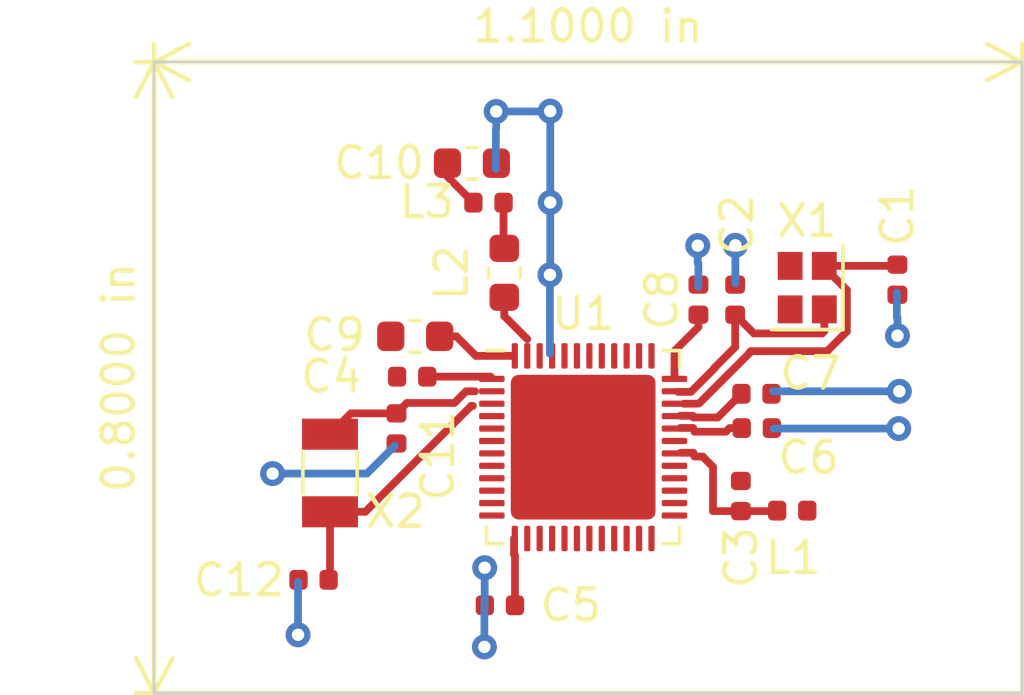
<source format=kicad_pcb>
(kicad_pcb (version 20171130) (host pcbnew "(5.1.2)-1")

  (general
    (thickness 1.6)
    (drawings 6)
    (tracks 119)
    (zones 0)
    (modules 18)
    (nets 48)
  )

  (page A4)
  (title_block
    (title "PCB layout: nRF52832")
    (date 2019-06-14)
    (rev V.1)
    (company "UFAL - Instituto de Computação")
  )

  (layers
    (0 F.Cu signal)
    (31 B.Cu signal)
    (32 B.Adhes user)
    (33 F.Adhes user)
    (34 B.Paste user)
    (35 F.Paste user)
    (36 B.SilkS user)
    (37 F.SilkS user)
    (38 B.Mask user)
    (39 F.Mask user)
    (40 Dwgs.User user)
    (41 Cmts.User user)
    (42 Eco1.User user)
    (43 Eco2.User user)
    (44 Edge.Cuts user)
    (45 Margin user)
    (46 B.CrtYd user)
    (47 F.CrtYd user hide)
    (48 B.Fab user)
    (49 F.Fab user hide)
  )

  (setup
    (last_trace_width 0.25)
    (trace_clearance 0.2)
    (zone_clearance 0.508)
    (zone_45_only no)
    (trace_min 0.2)
    (via_size 0.8)
    (via_drill 0.4)
    (via_min_size 0.4)
    (via_min_drill 0.3)
    (uvia_size 0.3)
    (uvia_drill 0.1)
    (uvias_allowed no)
    (uvia_min_size 0.2)
    (uvia_min_drill 0.1)
    (edge_width 0.1)
    (segment_width 0.2)
    (pcb_text_width 0.3)
    (pcb_text_size 1.5 1.5)
    (mod_edge_width 0.15)
    (mod_text_size 1 1)
    (mod_text_width 0.15)
    (pad_size 1.99898 1.99898)
    (pad_drill 0)
    (pad_to_mask_clearance 0)
    (aux_axis_origin 0 0)
    (visible_elements FFFFFFFF)
    (pcbplotparams
      (layerselection 0x010fc_ffffffff)
      (usegerberextensions false)
      (usegerberattributes false)
      (usegerberadvancedattributes false)
      (creategerberjobfile false)
      (excludeedgelayer true)
      (linewidth 0.100000)
      (plotframeref false)
      (viasonmask false)
      (mode 1)
      (useauxorigin false)
      (hpglpennumber 1)
      (hpglpenspeed 20)
      (hpglpendiameter 15.000000)
      (psnegative false)
      (psa4output false)
      (plotreference true)
      (plotvalue true)
      (plotinvisibletext false)
      (padsonsilk false)
      (subtractmaskfromsilk false)
      (outputformat 1)
      (mirror false)
      (drillshape 1)
      (scaleselection 1)
      (outputdirectory ""))
  )

  (net 0 "")
  (net 1 "Net-(C1-Pad1)")
  (net 2 Earth)
  (net 3 "Net-(C2-Pad1)")
  (net 4 "Net-(C3-Pad1)")
  (net 5 "Net-(C4-Pad1)")
  (net 6 VDD)
  (net 7 "Net-(C6-Pad1)")
  (net 8 "Net-(C7-Pad1)")
  (net 9 "Net-(C10-Pad1)")
  (net 10 "Net-(C11-Pad1)")
  (net 11 "Net-(C12-Pad1)")
  (net 12 /RF)
  (net 13 "Net-(L2-Pad1)")
  (net 14 "Net-(L2-Pad2)")
  (net 15 "Net-(U1-Pad4)")
  (net 16 "Net-(U1-Pad5)")
  (net 17 "Net-(U1-Pad6)")
  (net 18 "Net-(U1-Pad7)")
  (net 19 "Net-(U1-Pad8)")
  (net 20 "Net-(U1-Pad9)")
  (net 21 "Net-(U1-Pad10)")
  (net 22 "Net-(U1-Pad11)")
  (net 23 "Net-(U1-Pad12)")
  (net 24 "Net-(U1-Pad14)")
  (net 25 "Net-(U1-Pad15)")
  (net 26 "Net-(U1-Pad16)")
  (net 27 "Net-(U1-Pad17)")
  (net 28 "Net-(U1-Pad18)")
  (net 29 "Net-(U1-Pad19)")
  (net 30 "Net-(U1-Pad20)")
  (net 31 "Net-(U1-Pad21)")
  (net 32 "Net-(U1-Pad22)")
  (net 33 "Net-(U1-Pad23)")
  (net 34 "Net-(U1-Pad24)")
  (net 35 "Net-(U1-Pad25)")
  (net 36 "Net-(U1-Pad26)")
  (net 37 "Net-(U1-Pad27)")
  (net 38 "Net-(U1-Pad28)")
  (net 39 "Net-(U1-Pad29)")
  (net 40 "Net-(U1-Pad37)")
  (net 41 "Net-(U1-Pad38)")
  (net 42 "Net-(U1-Pad39)")
  (net 43 "Net-(U1-Pad40)")
  (net 44 "Net-(U1-Pad41)")
  (net 45 "Net-(U1-Pad42)")
  (net 46 "Net-(U1-Pad43)")
  (net 47 "Net-(U1-Pad44)")

  (net_class Default "Esta é a classe de rede padrão."
    (clearance 0.2)
    (trace_width 0.25)
    (via_dia 0.8)
    (via_drill 0.4)
    (uvia_dia 0.3)
    (uvia_drill 0.1)
    (add_net /RF)
    (add_net Earth)
    (add_net "Net-(C1-Pad1)")
    (add_net "Net-(C10-Pad1)")
    (add_net "Net-(C11-Pad1)")
    (add_net "Net-(C12-Pad1)")
    (add_net "Net-(C2-Pad1)")
    (add_net "Net-(C3-Pad1)")
    (add_net "Net-(C4-Pad1)")
    (add_net "Net-(C6-Pad1)")
    (add_net "Net-(C7-Pad1)")
    (add_net "Net-(L2-Pad1)")
    (add_net "Net-(L2-Pad2)")
    (add_net "Net-(U1-Pad10)")
    (add_net "Net-(U1-Pad11)")
    (add_net "Net-(U1-Pad12)")
    (add_net "Net-(U1-Pad14)")
    (add_net "Net-(U1-Pad15)")
    (add_net "Net-(U1-Pad16)")
    (add_net "Net-(U1-Pad17)")
    (add_net "Net-(U1-Pad18)")
    (add_net "Net-(U1-Pad19)")
    (add_net "Net-(U1-Pad20)")
    (add_net "Net-(U1-Pad21)")
    (add_net "Net-(U1-Pad22)")
    (add_net "Net-(U1-Pad23)")
    (add_net "Net-(U1-Pad24)")
    (add_net "Net-(U1-Pad25)")
    (add_net "Net-(U1-Pad26)")
    (add_net "Net-(U1-Pad27)")
    (add_net "Net-(U1-Pad28)")
    (add_net "Net-(U1-Pad29)")
    (add_net "Net-(U1-Pad37)")
    (add_net "Net-(U1-Pad38)")
    (add_net "Net-(U1-Pad39)")
    (add_net "Net-(U1-Pad4)")
    (add_net "Net-(U1-Pad40)")
    (add_net "Net-(U1-Pad41)")
    (add_net "Net-(U1-Pad42)")
    (add_net "Net-(U1-Pad43)")
    (add_net "Net-(U1-Pad44)")
    (add_net "Net-(U1-Pad5)")
    (add_net "Net-(U1-Pad6)")
    (add_net "Net-(U1-Pad7)")
    (add_net "Net-(U1-Pad8)")
    (add_net "Net-(U1-Pad9)")
    (add_net VDD)
  )

  (module Crystal:Crystal_SMD_3215-2Pin_3.2x1.5mm (layer F.Cu) (tedit 5A0FD1B2) (tstamp 5D03ABB4)
    (at 175.84 89.43 90)
    (descr "SMD Crystal FC-135 https://support.epson.biz/td/api/doc_check.php?dl=brief_FC-135R_en.pdf")
    (tags "SMD SMT Crystal")
    (path /5CF68FE2)
    (attr smd)
    (fp_text reference X2 (at -1.23952 2.10566 180) (layer F.SilkS)
      (effects (font (size 1 1) (thickness 0.15)))
    )
    (fp_text value 32.768kHz (at 0 2 90) (layer F.Fab)
      (effects (font (size 1 1) (thickness 0.15)))
    )
    (fp_text user %R (at 0 -2 90) (layer F.Fab)
      (effects (font (size 1 1) (thickness 0.15)))
    )
    (fp_line (start -2 -1.15) (end 2 -1.15) (layer F.CrtYd) (width 0.05))
    (fp_line (start -1.6 -0.75) (end -1.6 0.75) (layer F.Fab) (width 0.1))
    (fp_line (start -0.675 0.875) (end 0.675 0.875) (layer F.SilkS) (width 0.12))
    (fp_line (start -0.675 -0.875) (end 0.675 -0.875) (layer F.SilkS) (width 0.12))
    (fp_line (start 1.6 -0.75) (end 1.6 0.75) (layer F.Fab) (width 0.1))
    (fp_line (start -1.6 -0.75) (end 1.6 -0.75) (layer F.Fab) (width 0.1))
    (fp_line (start -1.6 0.75) (end 1.6 0.75) (layer F.Fab) (width 0.1))
    (fp_line (start -2 1.15) (end 2 1.15) (layer F.CrtYd) (width 0.05))
    (fp_line (start -2 -1.15) (end -2 1.15) (layer F.CrtYd) (width 0.05))
    (fp_line (start 2 -1.15) (end 2 1.15) (layer F.CrtYd) (width 0.05))
    (pad 1 smd rect (at 1.25 0 90) (size 1 1.8) (layers F.Cu F.Paste F.Mask)
      (net 10 "Net-(C11-Pad1)"))
    (pad 2 smd rect (at -1.25 0 90) (size 1 1.8) (layers F.Cu F.Paste F.Mask)
      (net 11 "Net-(C12-Pad1)"))
    (model ${KISYS3DMOD}/Crystal.3dshapes/Crystal_SMD_3215-2Pin_3.2x1.5mm.wrl
      (at (xyz 0 0 0))
      (scale (xyz 1 1 1))
      (rotate (xyz 0 0 0))
    )
  )

  (module Crystal:Crystal_SMD_2016-4Pin_2.0x1.6mm (layer F.Cu) (tedit 5A0FD1B2) (tstamp 5D03DBA1)
    (at 191.20478 83.46262 90)
    (descr "SMD Crystal SERIES SMD2016/4 http://www.q-crystal.com/upload/5/2015552223166229.pdf, 2.0x1.6mm^2 package")
    (tags "SMD SMT crystal")
    (path /5CF9BA20)
    (attr smd)
    (fp_text reference X1 (at 2.14734 -0.01134 180) (layer F.SilkS)
      (effects (font (size 1 1) (thickness 0.15)))
    )
    (fp_text value 32MHz (at 0 2 90) (layer F.Fab)
      (effects (font (size 1 1) (thickness 0.15)))
    )
    (fp_text user %R (at 0 0 90) (layer F.Fab)
      (effects (font (size 0.5 0.5) (thickness 0.075)))
    )
    (fp_line (start -0.9 -0.8) (end 0.9 -0.8) (layer F.Fab) (width 0.1))
    (fp_line (start 0.9 -0.8) (end 1 -0.7) (layer F.Fab) (width 0.1))
    (fp_line (start 1 -0.7) (end 1 0.7) (layer F.Fab) (width 0.1))
    (fp_line (start 1 0.7) (end 0.9 0.8) (layer F.Fab) (width 0.1))
    (fp_line (start 0.9 0.8) (end -0.9 0.8) (layer F.Fab) (width 0.1))
    (fp_line (start -0.9 0.8) (end -1 0.7) (layer F.Fab) (width 0.1))
    (fp_line (start -1 0.7) (end -1 -0.7) (layer F.Fab) (width 0.1))
    (fp_line (start -1 -0.7) (end -0.9 -0.8) (layer F.Fab) (width 0.1))
    (fp_line (start -1 0.3) (end -0.5 0.8) (layer F.Fab) (width 0.1))
    (fp_line (start -1.35 -1.15) (end -1.35 1.15) (layer F.SilkS) (width 0.12))
    (fp_line (start -1.35 1.15) (end 1.35 1.15) (layer F.SilkS) (width 0.12))
    (fp_line (start -1.4 -1.3) (end -1.4 1.3) (layer F.CrtYd) (width 0.05))
    (fp_line (start -1.4 1.3) (end 1.4 1.3) (layer F.CrtYd) (width 0.05))
    (fp_line (start 1.4 1.3) (end 1.4 -1.3) (layer F.CrtYd) (width 0.05))
    (fp_line (start 1.4 -1.3) (end -1.4 -1.3) (layer F.CrtYd) (width 0.05))
    (pad 1 smd rect (at -0.7 0.55 90) (size 0.9 0.8) (layers F.Cu F.Paste F.Mask)
      (net 3 "Net-(C2-Pad1)"))
    (pad 2 smd rect (at 0.7 0.55 90) (size 0.9 0.8) (layers F.Cu F.Paste F.Mask)
      (net 1 "Net-(C1-Pad1)"))
    (pad 3 smd rect (at 0.7 -0.55 90) (size 0.9 0.8) (layers F.Cu F.Paste F.Mask))
    (pad 4 smd rect (at -0.7 -0.55 90) (size 0.9 0.8) (layers F.Cu F.Paste F.Mask))
    (model ${KISYS3DMOD}/Crystal.3dshapes/Crystal_SMD_2016-4Pin_2.0x1.6mm.wrl
      (at (xyz 0 0 0))
      (scale (xyz 1 1 1))
      (rotate (xyz 0 0 0))
    )
  )

  (module Capacitor_SMD:C_0402_1005Metric (layer F.Cu) (tedit 5B301BBE) (tstamp 5D03AA64)
    (at 194.10682 83.20744 270)
    (descr "Capacitor SMD 0402 (1005 Metric), square (rectangular) end terminal, IPC_7351 nominal, (Body size source: http://www.tortai-tech.com/upload/download/2011102023233369053.pdf), generated with kicad-footprint-generator")
    (tags capacitor)
    (path /5CF9BA1E)
    (attr smd)
    (fp_text reference C1 (at -2.055 0 90) (layer F.SilkS)
      (effects (font (size 1 1) (thickness 0.15)))
    )
    (fp_text value 12p (at 0 1.17 90) (layer F.Fab)
      (effects (font (size 1 1) (thickness 0.15)))
    )
    (fp_line (start -0.5 0.25) (end -0.5 -0.25) (layer F.Fab) (width 0.1))
    (fp_line (start -0.5 -0.25) (end 0.5 -0.25) (layer F.Fab) (width 0.1))
    (fp_line (start 0.5 -0.25) (end 0.5 0.25) (layer F.Fab) (width 0.1))
    (fp_line (start 0.5 0.25) (end -0.5 0.25) (layer F.Fab) (width 0.1))
    (fp_line (start -0.93 0.47) (end -0.93 -0.47) (layer F.CrtYd) (width 0.05))
    (fp_line (start -0.93 -0.47) (end 0.93 -0.47) (layer F.CrtYd) (width 0.05))
    (fp_line (start 0.93 -0.47) (end 0.93 0.47) (layer F.CrtYd) (width 0.05))
    (fp_line (start 0.93 0.47) (end -0.93 0.47) (layer F.CrtYd) (width 0.05))
    (fp_text user %R (at 0 0 90) (layer F.Fab)
      (effects (font (size 0.25 0.25) (thickness 0.04)))
    )
    (pad 1 smd roundrect (at -0.485 0 270) (size 0.59 0.64) (layers F.Cu F.Paste F.Mask) (roundrect_rratio 0.25)
      (net 1 "Net-(C1-Pad1)"))
    (pad 2 smd roundrect (at 0.485 0 270) (size 0.59 0.64) (layers F.Cu F.Paste F.Mask) (roundrect_rratio 0.25)
      (net 2 Earth))
    (model ${KISYS3DMOD}/Capacitor_SMD.3dshapes/C_0402_1005Metric.wrl
      (at (xyz 0 0 0))
      (scale (xyz 1 1 1))
      (rotate (xyz 0 0 0))
    )
  )

  (module Capacitor_SMD:C_0402_1005Metric (layer F.Cu) (tedit 5B301BBE) (tstamp 5D03AA73)
    (at 188.88458 83.8502 90)
    (descr "Capacitor SMD 0402 (1005 Metric), square (rectangular) end terminal, IPC_7351 nominal, (Body size source: http://www.tortai-tech.com/upload/download/2011102023233369053.pdf), generated with kicad-footprint-generator")
    (tags capacitor)
    (path /5CF9BA1D)
    (attr smd)
    (fp_text reference C2 (at 2.40538 0.05588 90) (layer F.SilkS)
      (effects (font (size 1 1) (thickness 0.15)))
    )
    (fp_text value 12p (at 0 1.17 90) (layer F.Fab)
      (effects (font (size 1 1) (thickness 0.15)))
    )
    (fp_text user %R (at 0 0 90) (layer F.Fab)
      (effects (font (size 0.25 0.25) (thickness 0.04)))
    )
    (fp_line (start 0.93 0.47) (end -0.93 0.47) (layer F.CrtYd) (width 0.05))
    (fp_line (start 0.93 -0.47) (end 0.93 0.47) (layer F.CrtYd) (width 0.05))
    (fp_line (start -0.93 -0.47) (end 0.93 -0.47) (layer F.CrtYd) (width 0.05))
    (fp_line (start -0.93 0.47) (end -0.93 -0.47) (layer F.CrtYd) (width 0.05))
    (fp_line (start 0.5 0.25) (end -0.5 0.25) (layer F.Fab) (width 0.1))
    (fp_line (start 0.5 -0.25) (end 0.5 0.25) (layer F.Fab) (width 0.1))
    (fp_line (start -0.5 -0.25) (end 0.5 -0.25) (layer F.Fab) (width 0.1))
    (fp_line (start -0.5 0.25) (end -0.5 -0.25) (layer F.Fab) (width 0.1))
    (pad 2 smd roundrect (at 0.485 0 90) (size 0.59 0.64) (layers F.Cu F.Paste F.Mask) (roundrect_rratio 0.25)
      (net 2 Earth))
    (pad 1 smd roundrect (at -0.485 0 90) (size 0.59 0.64) (layers F.Cu F.Paste F.Mask) (roundrect_rratio 0.25)
      (net 3 "Net-(C2-Pad1)"))
    (model ${KISYS3DMOD}/Capacitor_SMD.3dshapes/C_0402_1005Metric.wrl
      (at (xyz 0 0 0))
      (scale (xyz 1 1 1))
      (rotate (xyz 0 0 0))
    )
  )

  (module Capacitor_SMD:C_0402_1005Metric (layer F.Cu) (tedit 5B301BBE) (tstamp 5D03B37C)
    (at 189.06746 90.1724 90)
    (descr "Capacitor SMD 0402 (1005 Metric), square (rectangular) end terminal, IPC_7351 nominal, (Body size source: http://www.tortai-tech.com/upload/download/2011102023233369053.pdf), generated with kicad-footprint-generator")
    (tags capacitor)
    (path /5CFCE1E4)
    (attr smd)
    (fp_text reference C3 (at -1.9836 0.00254 90) (layer F.SilkS)
      (effects (font (size 1 1) (thickness 0.15)))
    )
    (fp_text value 0.8p (at 0 1.17 90) (layer F.Fab)
      (effects (font (size 1 1) (thickness 0.15)))
    )
    (fp_text user %R (at 0 0 90) (layer F.Fab)
      (effects (font (size 0.25 0.25) (thickness 0.04)))
    )
    (fp_line (start 0.93 0.47) (end -0.93 0.47) (layer F.CrtYd) (width 0.05))
    (fp_line (start 0.93 -0.47) (end 0.93 0.47) (layer F.CrtYd) (width 0.05))
    (fp_line (start -0.93 -0.47) (end 0.93 -0.47) (layer F.CrtYd) (width 0.05))
    (fp_line (start -0.93 0.47) (end -0.93 -0.47) (layer F.CrtYd) (width 0.05))
    (fp_line (start 0.5 0.25) (end -0.5 0.25) (layer F.Fab) (width 0.1))
    (fp_line (start 0.5 -0.25) (end 0.5 0.25) (layer F.Fab) (width 0.1))
    (fp_line (start -0.5 -0.25) (end 0.5 -0.25) (layer F.Fab) (width 0.1))
    (fp_line (start -0.5 0.25) (end -0.5 -0.25) (layer F.Fab) (width 0.1))
    (pad 2 smd roundrect (at 0.485 0 90) (size 0.59 0.64) (layers F.Cu F.Paste F.Mask) (roundrect_rratio 0.25)
      (net 2 Earth))
    (pad 1 smd roundrect (at -0.485 0 90) (size 0.59 0.64) (layers F.Cu F.Paste F.Mask) (roundrect_rratio 0.25)
      (net 4 "Net-(C3-Pad1)"))
    (model ${KISYS3DMOD}/Capacitor_SMD.3dshapes/C_0402_1005Metric.wrl
      (at (xyz 0 0 0))
      (scale (xyz 1 1 1))
      (rotate (xyz 0 0 0))
    )
  )

  (module Capacitor_SMD:C_0402_1005Metric (layer F.Cu) (tedit 5B301BBE) (tstamp 5D03BAE4)
    (at 178.485 86.33 180)
    (descr "Capacitor SMD 0402 (1005 Metric), square (rectangular) end terminal, IPC_7351 nominal, (Body size source: http://www.tortai-tech.com/upload/download/2011102023233369053.pdf), generated with kicad-footprint-generator")
    (tags capacitor)
    (path /5CF82198)
    (attr smd)
    (fp_text reference C4 (at 2.6031 0.00916) (layer F.SilkS)
      (effects (font (size 1 1) (thickness 0.15)))
    )
    (fp_text value 100n (at 0 1.17) (layer F.Fab)
      (effects (font (size 1 1) (thickness 0.15)))
    )
    (fp_text user %R (at 0 0) (layer F.Fab)
      (effects (font (size 0.25 0.25) (thickness 0.04)))
    )
    (fp_line (start 0.93 0.47) (end -0.93 0.47) (layer F.CrtYd) (width 0.05))
    (fp_line (start 0.93 -0.47) (end 0.93 0.47) (layer F.CrtYd) (width 0.05))
    (fp_line (start -0.93 -0.47) (end 0.93 -0.47) (layer F.CrtYd) (width 0.05))
    (fp_line (start -0.93 0.47) (end -0.93 -0.47) (layer F.CrtYd) (width 0.05))
    (fp_line (start 0.5 0.25) (end -0.5 0.25) (layer F.Fab) (width 0.1))
    (fp_line (start 0.5 -0.25) (end 0.5 0.25) (layer F.Fab) (width 0.1))
    (fp_line (start -0.5 -0.25) (end 0.5 -0.25) (layer F.Fab) (width 0.1))
    (fp_line (start -0.5 0.25) (end -0.5 -0.25) (layer F.Fab) (width 0.1))
    (pad 2 smd roundrect (at 0.485 0 180) (size 0.59 0.64) (layers F.Cu F.Paste F.Mask) (roundrect_rratio 0.25)
      (net 2 Earth))
    (pad 1 smd roundrect (at -0.485 0 180) (size 0.59 0.64) (layers F.Cu F.Paste F.Mask) (roundrect_rratio 0.25)
      (net 5 "Net-(C4-Pad1)"))
    (model ${KISYS3DMOD}/Capacitor_SMD.3dshapes/C_0402_1005Metric.wrl
      (at (xyz 0 0 0))
      (scale (xyz 1 1 1))
      (rotate (xyz 0 0 0))
    )
  )

  (module Capacitor_SMD:C_0402_1005Metric (layer F.Cu) (tedit 5B301BBE) (tstamp 5D03AAA0)
    (at 181.31 93.69 180)
    (descr "Capacitor SMD 0402 (1005 Metric), square (rectangular) end terminal, IPC_7351 nominal, (Body size source: http://www.tortai-tech.com/upload/download/2011102023233369053.pdf), generated with kicad-footprint-generator")
    (tags capacitor)
    (path /5CFE9B17)
    (attr smd)
    (fp_text reference C5 (at -2.285 0) (layer F.SilkS)
      (effects (font (size 1 1) (thickness 0.15)))
    )
    (fp_text value 100n (at 0 1.17) (layer F.Fab)
      (effects (font (size 1 1) (thickness 0.15)))
    )
    (fp_line (start -0.5 0.25) (end -0.5 -0.25) (layer F.Fab) (width 0.1))
    (fp_line (start -0.5 -0.25) (end 0.5 -0.25) (layer F.Fab) (width 0.1))
    (fp_line (start 0.5 -0.25) (end 0.5 0.25) (layer F.Fab) (width 0.1))
    (fp_line (start 0.5 0.25) (end -0.5 0.25) (layer F.Fab) (width 0.1))
    (fp_line (start -0.93 0.47) (end -0.93 -0.47) (layer F.CrtYd) (width 0.05))
    (fp_line (start -0.93 -0.47) (end 0.93 -0.47) (layer F.CrtYd) (width 0.05))
    (fp_line (start 0.93 -0.47) (end 0.93 0.47) (layer F.CrtYd) (width 0.05))
    (fp_line (start 0.93 0.47) (end -0.93 0.47) (layer F.CrtYd) (width 0.05))
    (fp_text user %R (at 0 0) (layer F.Fab)
      (effects (font (size 0.25 0.25) (thickness 0.04)))
    )
    (pad 1 smd roundrect (at -0.485 0 180) (size 0.59 0.64) (layers F.Cu F.Paste F.Mask) (roundrect_rratio 0.25)
      (net 6 VDD))
    (pad 2 smd roundrect (at 0.485 0 180) (size 0.59 0.64) (layers F.Cu F.Paste F.Mask) (roundrect_rratio 0.25)
      (net 2 Earth))
    (model ${KISYS3DMOD}/Capacitor_SMD.3dshapes/C_0402_1005Metric.wrl
      (at (xyz 0 0 0))
      (scale (xyz 1 1 1))
      (rotate (xyz 0 0 0))
    )
  )

  (module Capacitor_SMD:C_0402_1005Metric (layer F.Cu) (tedit 5B301BBE) (tstamp 5D047AFC)
    (at 189.58068 87.98532)
    (descr "Capacitor SMD 0402 (1005 Metric), square (rectangular) end terminal, IPC_7351 nominal, (Body size source: http://www.tortai-tech.com/upload/download/2011102023233369053.pdf), generated with kicad-footprint-generator")
    (tags capacitor)
    (path /5CFB700E)
    (attr smd)
    (fp_text reference C6 (at 1.66932 0.94468) (layer F.SilkS)
      (effects (font (size 1 1) (thickness 0.15)))
    )
    (fp_text value N.C. (at 0 1.17) (layer F.Fab)
      (effects (font (size 1 1) (thickness 0.15)))
    )
    (fp_text user %R (at 0 0) (layer F.Fab)
      (effects (font (size 0.25 0.25) (thickness 0.04)))
    )
    (fp_line (start 0.93 0.47) (end -0.93 0.47) (layer F.CrtYd) (width 0.05))
    (fp_line (start 0.93 -0.47) (end 0.93 0.47) (layer F.CrtYd) (width 0.05))
    (fp_line (start -0.93 -0.47) (end 0.93 -0.47) (layer F.CrtYd) (width 0.05))
    (fp_line (start -0.93 0.47) (end -0.93 -0.47) (layer F.CrtYd) (width 0.05))
    (fp_line (start 0.5 0.25) (end -0.5 0.25) (layer F.Fab) (width 0.1))
    (fp_line (start 0.5 -0.25) (end 0.5 0.25) (layer F.Fab) (width 0.1))
    (fp_line (start -0.5 -0.25) (end 0.5 -0.25) (layer F.Fab) (width 0.1))
    (fp_line (start -0.5 0.25) (end -0.5 -0.25) (layer F.Fab) (width 0.1))
    (pad 2 smd roundrect (at 0.485 0) (size 0.59 0.64) (layers F.Cu F.Paste F.Mask) (roundrect_rratio 0.25)
      (net 2 Earth))
    (pad 1 smd roundrect (at -0.485 0) (size 0.59 0.64) (layers F.Cu F.Paste F.Mask) (roundrect_rratio 0.25)
      (net 7 "Net-(C6-Pad1)"))
    (model ${KISYS3DMOD}/Capacitor_SMD.3dshapes/C_0402_1005Metric.wrl
      (at (xyz 0 0 0))
      (scale (xyz 1 1 1))
      (rotate (xyz 0 0 0))
    )
  )

  (module Capacitor_SMD:C_0402_1005Metric (layer F.Cu) (tedit 5B301BBE) (tstamp 5D03C7B3)
    (at 189.57024 86.88042)
    (descr "Capacitor SMD 0402 (1005 Metric), square (rectangular) end terminal, IPC_7351 nominal, (Body size source: http://www.tortai-tech.com/upload/download/2011102023233369053.pdf), generated with kicad-footprint-generator")
    (tags capacitor)
    (path /5CFB7010)
    (attr smd)
    (fp_text reference C7 (at 1.73976 -0.66042) (layer F.SilkS)
      (effects (font (size 1 1) (thickness 0.15)))
    )
    (fp_text value 100p (at 0 1.17) (layer F.Fab)
      (effects (font (size 1 1) (thickness 0.15)))
    )
    (fp_line (start -0.5 0.25) (end -0.5 -0.25) (layer F.Fab) (width 0.1))
    (fp_line (start -0.5 -0.25) (end 0.5 -0.25) (layer F.Fab) (width 0.1))
    (fp_line (start 0.5 -0.25) (end 0.5 0.25) (layer F.Fab) (width 0.1))
    (fp_line (start 0.5 0.25) (end -0.5 0.25) (layer F.Fab) (width 0.1))
    (fp_line (start -0.93 0.47) (end -0.93 -0.47) (layer F.CrtYd) (width 0.05))
    (fp_line (start -0.93 -0.47) (end 0.93 -0.47) (layer F.CrtYd) (width 0.05))
    (fp_line (start 0.93 -0.47) (end 0.93 0.47) (layer F.CrtYd) (width 0.05))
    (fp_line (start 0.93 0.47) (end -0.93 0.47) (layer F.CrtYd) (width 0.05))
    (fp_text user %R (at 0 0) (layer F.Fab)
      (effects (font (size 0.25 0.25) (thickness 0.04)))
    )
    (pad 1 smd roundrect (at -0.485 0) (size 0.59 0.64) (layers F.Cu F.Paste F.Mask) (roundrect_rratio 0.25)
      (net 8 "Net-(C7-Pad1)"))
    (pad 2 smd roundrect (at 0.485 0) (size 0.59 0.64) (layers F.Cu F.Paste F.Mask) (roundrect_rratio 0.25)
      (net 2 Earth))
    (model ${KISYS3DMOD}/Capacitor_SMD.3dshapes/C_0402_1005Metric.wrl
      (at (xyz 0 0 0))
      (scale (xyz 1 1 1))
      (rotate (xyz 0 0 0))
    )
  )

  (module Capacitor_SMD:C_0402_1005Metric (layer F.Cu) (tedit 5B301BBE) (tstamp 5D03AACD)
    (at 187.70094 83.8502 90)
    (descr "Capacitor SMD 0402 (1005 Metric), square (rectangular) end terminal, IPC_7351 nominal, (Body size source: http://www.tortai-tech.com/upload/download/2011102023233369053.pdf), generated with kicad-footprint-generator")
    (tags capacitor)
    (path /5CF975E0)
    (attr smd)
    (fp_text reference C8 (at 0 -1.17 90) (layer F.SilkS)
      (effects (font (size 1 1) (thickness 0.15)))
    )
    (fp_text value 100n (at 0 1.17 90) (layer F.Fab)
      (effects (font (size 1 1) (thickness 0.15)))
    )
    (fp_line (start -0.5 0.25) (end -0.5 -0.25) (layer F.Fab) (width 0.1))
    (fp_line (start -0.5 -0.25) (end 0.5 -0.25) (layer F.Fab) (width 0.1))
    (fp_line (start 0.5 -0.25) (end 0.5 0.25) (layer F.Fab) (width 0.1))
    (fp_line (start 0.5 0.25) (end -0.5 0.25) (layer F.Fab) (width 0.1))
    (fp_line (start -0.93 0.47) (end -0.93 -0.47) (layer F.CrtYd) (width 0.05))
    (fp_line (start -0.93 -0.47) (end 0.93 -0.47) (layer F.CrtYd) (width 0.05))
    (fp_line (start 0.93 -0.47) (end 0.93 0.47) (layer F.CrtYd) (width 0.05))
    (fp_line (start 0.93 0.47) (end -0.93 0.47) (layer F.CrtYd) (width 0.05))
    (fp_text user %R (at 0 0 90) (layer F.Fab)
      (effects (font (size 0.25 0.25) (thickness 0.04)))
    )
    (pad 1 smd roundrect (at -0.485 0 90) (size 0.59 0.64) (layers F.Cu F.Paste F.Mask) (roundrect_rratio 0.25)
      (net 6 VDD))
    (pad 2 smd roundrect (at 0.485 0 90) (size 0.59 0.64) (layers F.Cu F.Paste F.Mask) (roundrect_rratio 0.25)
      (net 2 Earth))
    (model ${KISYS3DMOD}/Capacitor_SMD.3dshapes/C_0402_1005Metric.wrl
      (at (xyz 0 0 0))
      (scale (xyz 1 1 1))
      (rotate (xyz 0 0 0))
    )
  )

  (module Capacitor_SMD:C_0603_1608Metric (layer F.Cu) (tedit 5B301BBE) (tstamp 5D03AADE)
    (at 178.5825 85.03 180)
    (descr "Capacitor SMD 0603 (1608 Metric), square (rectangular) end terminal, IPC_7351 nominal, (Body size source: http://www.tortai-tech.com/upload/download/2011102023233369053.pdf), generated with kicad-footprint-generator")
    (tags capacitor)
    (path /5CF8C489)
    (attr smd)
    (fp_text reference C9 (at 2.5981 0.049) (layer F.SilkS)
      (effects (font (size 1 1) (thickness 0.15)))
    )
    (fp_text value 4.7µ (at 0 1.43) (layer F.Fab)
      (effects (font (size 1 1) (thickness 0.15)))
    )
    (fp_text user %R (at 0 0) (layer F.Fab)
      (effects (font (size 0.4 0.4) (thickness 0.06)))
    )
    (fp_line (start 1.48 0.73) (end -1.48 0.73) (layer F.CrtYd) (width 0.05))
    (fp_line (start 1.48 -0.73) (end 1.48 0.73) (layer F.CrtYd) (width 0.05))
    (fp_line (start -1.48 -0.73) (end 1.48 -0.73) (layer F.CrtYd) (width 0.05))
    (fp_line (start -1.48 0.73) (end -1.48 -0.73) (layer F.CrtYd) (width 0.05))
    (fp_line (start -0.162779 0.51) (end 0.162779 0.51) (layer F.SilkS) (width 0.12))
    (fp_line (start -0.162779 -0.51) (end 0.162779 -0.51) (layer F.SilkS) (width 0.12))
    (fp_line (start 0.8 0.4) (end -0.8 0.4) (layer F.Fab) (width 0.1))
    (fp_line (start 0.8 -0.4) (end 0.8 0.4) (layer F.Fab) (width 0.1))
    (fp_line (start -0.8 -0.4) (end 0.8 -0.4) (layer F.Fab) (width 0.1))
    (fp_line (start -0.8 0.4) (end -0.8 -0.4) (layer F.Fab) (width 0.1))
    (pad 2 smd roundrect (at 0.7875 0 180) (size 0.875 0.95) (layers F.Cu F.Paste F.Mask) (roundrect_rratio 0.25)
      (net 2 Earth))
    (pad 1 smd roundrect (at -0.7875 0 180) (size 0.875 0.95) (layers F.Cu F.Paste F.Mask) (roundrect_rratio 0.25)
      (net 6 VDD))
    (model ${KISYS3DMOD}/Capacitor_SMD.3dshapes/C_0603_1608Metric.wrl
      (at (xyz 0 0 0))
      (scale (xyz 1 1 1))
      (rotate (xyz 0 0 0))
    )
  )

  (module Capacitor_SMD:C_0603_1608Metric (layer F.Cu) (tedit 5B301BBE) (tstamp 5D03AAEF)
    (at 180.4085 79.456)
    (descr "Capacitor SMD 0603 (1608 Metric), square (rectangular) end terminal, IPC_7351 nominal, (Body size source: http://www.tortai-tech.com/upload/download/2011102023233369053.pdf), generated with kicad-footprint-generator")
    (tags capacitor)
    (path /5CF8C7F5)
    (attr smd)
    (fp_text reference C10 (at -2.98714 -0.0127) (layer F.SilkS)
      (effects (font (size 1 1) (thickness 0.15)))
    )
    (fp_text value 1.0µ (at 0 1.43) (layer F.Fab)
      (effects (font (size 1 1) (thickness 0.15)))
    )
    (fp_line (start -0.8 0.4) (end -0.8 -0.4) (layer F.Fab) (width 0.1))
    (fp_line (start -0.8 -0.4) (end 0.8 -0.4) (layer F.Fab) (width 0.1))
    (fp_line (start 0.8 -0.4) (end 0.8 0.4) (layer F.Fab) (width 0.1))
    (fp_line (start 0.8 0.4) (end -0.8 0.4) (layer F.Fab) (width 0.1))
    (fp_line (start -0.162779 -0.51) (end 0.162779 -0.51) (layer F.SilkS) (width 0.12))
    (fp_line (start -0.162779 0.51) (end 0.162779 0.51) (layer F.SilkS) (width 0.12))
    (fp_line (start -1.48 0.73) (end -1.48 -0.73) (layer F.CrtYd) (width 0.05))
    (fp_line (start -1.48 -0.73) (end 1.48 -0.73) (layer F.CrtYd) (width 0.05))
    (fp_line (start 1.48 -0.73) (end 1.48 0.73) (layer F.CrtYd) (width 0.05))
    (fp_line (start 1.48 0.73) (end -1.48 0.73) (layer F.CrtYd) (width 0.05))
    (fp_text user %R (at 0 0) (layer F.Fab)
      (effects (font (size 0.4 0.4) (thickness 0.06)))
    )
    (pad 1 smd roundrect (at -0.7875 0) (size 0.875 0.95) (layers F.Cu F.Paste F.Mask) (roundrect_rratio 0.25)
      (net 9 "Net-(C10-Pad1)"))
    (pad 2 smd roundrect (at 0.7875 0) (size 0.875 0.95) (layers F.Cu F.Paste F.Mask) (roundrect_rratio 0.25)
      (net 2 Earth))
    (model ${KISYS3DMOD}/Capacitor_SMD.3dshapes/C_0603_1608Metric.wrl
      (at (xyz 0 0 0))
      (scale (xyz 1 1 1))
      (rotate (xyz 0 0 0))
    )
  )

  (module Capacitor_SMD:C_0402_1005Metric (layer F.Cu) (tedit 5B301BBE) (tstamp 5D03BAA1)
    (at 177.98 87.995 270)
    (descr "Capacitor SMD 0402 (1005 Metric), square (rectangular) end terminal, IPC_7351 nominal, (Body size source: http://www.tortai-tech.com/upload/download/2011102023233369053.pdf), generated with kicad-footprint-generator")
    (tags capacitor)
    (path /5CF65B14)
    (attr smd)
    (fp_text reference C11 (at 0.885 -1.33 90) (layer F.SilkS)
      (effects (font (size 1 1) (thickness 0.15)))
    )
    (fp_text value 12p (at 0 1.17 90) (layer F.Fab)
      (effects (font (size 1 1) (thickness 0.15)))
    )
    (fp_text user %R (at 0 0 90) (layer F.Fab)
      (effects (font (size 0.25 0.25) (thickness 0.04)))
    )
    (fp_line (start 0.93 0.47) (end -0.93 0.47) (layer F.CrtYd) (width 0.05))
    (fp_line (start 0.93 -0.47) (end 0.93 0.47) (layer F.CrtYd) (width 0.05))
    (fp_line (start -0.93 -0.47) (end 0.93 -0.47) (layer F.CrtYd) (width 0.05))
    (fp_line (start -0.93 0.47) (end -0.93 -0.47) (layer F.CrtYd) (width 0.05))
    (fp_line (start 0.5 0.25) (end -0.5 0.25) (layer F.Fab) (width 0.1))
    (fp_line (start 0.5 -0.25) (end 0.5 0.25) (layer F.Fab) (width 0.1))
    (fp_line (start -0.5 -0.25) (end 0.5 -0.25) (layer F.Fab) (width 0.1))
    (fp_line (start -0.5 0.25) (end -0.5 -0.25) (layer F.Fab) (width 0.1))
    (pad 2 smd roundrect (at 0.485 0 270) (size 0.59 0.64) (layers F.Cu F.Paste F.Mask) (roundrect_rratio 0.25)
      (net 2 Earth))
    (pad 1 smd roundrect (at -0.485 0 270) (size 0.59 0.64) (layers F.Cu F.Paste F.Mask) (roundrect_rratio 0.25)
      (net 10 "Net-(C11-Pad1)"))
    (model ${KISYS3DMOD}/Capacitor_SMD.3dshapes/C_0402_1005Metric.wrl
      (at (xyz 0 0 0))
      (scale (xyz 1 1 1))
      (rotate (xyz 0 0 0))
    )
  )

  (module Capacitor_SMD:C_0402_1005Metric (layer F.Cu) (tedit 5B301BBE) (tstamp 5D03AB0D)
    (at 175.31 92.87 180)
    (descr "Capacitor SMD 0402 (1005 Metric), square (rectangular) end terminal, IPC_7351 nominal, (Body size source: http://www.tortai-tech.com/upload/download/2011102023233369053.pdf), generated with kicad-footprint-generator")
    (tags capacitor)
    (path /5CF676B8)
    (attr smd)
    (fp_text reference C12 (at 2.40792 -0.0127) (layer F.SilkS)
      (effects (font (size 1 1) (thickness 0.15)))
    )
    (fp_text value 12p (at 0 1.17) (layer F.Fab)
      (effects (font (size 1 1) (thickness 0.15)))
    )
    (fp_line (start -0.5 0.25) (end -0.5 -0.25) (layer F.Fab) (width 0.1))
    (fp_line (start -0.5 -0.25) (end 0.5 -0.25) (layer F.Fab) (width 0.1))
    (fp_line (start 0.5 -0.25) (end 0.5 0.25) (layer F.Fab) (width 0.1))
    (fp_line (start 0.5 0.25) (end -0.5 0.25) (layer F.Fab) (width 0.1))
    (fp_line (start -0.93 0.47) (end -0.93 -0.47) (layer F.CrtYd) (width 0.05))
    (fp_line (start -0.93 -0.47) (end 0.93 -0.47) (layer F.CrtYd) (width 0.05))
    (fp_line (start 0.93 -0.47) (end 0.93 0.47) (layer F.CrtYd) (width 0.05))
    (fp_line (start 0.93 0.47) (end -0.93 0.47) (layer F.CrtYd) (width 0.05))
    (fp_text user %R (at 0 0) (layer F.Fab)
      (effects (font (size 0.25 0.25) (thickness 0.04)))
    )
    (pad 1 smd roundrect (at -0.485 0 180) (size 0.59 0.64) (layers F.Cu F.Paste F.Mask) (roundrect_rratio 0.25)
      (net 11 "Net-(C12-Pad1)"))
    (pad 2 smd roundrect (at 0.485 0 180) (size 0.59 0.64) (layers F.Cu F.Paste F.Mask) (roundrect_rratio 0.25)
      (net 2 Earth))
    (model ${KISYS3DMOD}/Capacitor_SMD.3dshapes/C_0402_1005Metric.wrl
      (at (xyz 0 0 0))
      (scale (xyz 1 1 1))
      (rotate (xyz 0 0 0))
    )
  )

  (module Inductor_SMD:L_0402_1005Metric (layer F.Cu) (tedit 5B301BBE) (tstamp 5D03B3A6)
    (at 190.721 90.64216)
    (descr "Inductor SMD 0402 (1005 Metric), square (rectangular) end terminal, IPC_7351 nominal, (Body size source: http://www.tortai-tech.com/upload/download/2011102023233369053.pdf), generated with kicad-footprint-generator")
    (tags inductor)
    (path /5CFD27DD)
    (attr smd)
    (fp_text reference L1 (at 0.02272 1.51384) (layer F.SilkS)
      (effects (font (size 1 1) (thickness 0.15)))
    )
    (fp_text value 3.9nH (at 0 1.17) (layer F.Fab)
      (effects (font (size 1 1) (thickness 0.15)))
    )
    (fp_line (start -0.5 0.25) (end -0.5 -0.25) (layer F.Fab) (width 0.1))
    (fp_line (start -0.5 -0.25) (end 0.5 -0.25) (layer F.Fab) (width 0.1))
    (fp_line (start 0.5 -0.25) (end 0.5 0.25) (layer F.Fab) (width 0.1))
    (fp_line (start 0.5 0.25) (end -0.5 0.25) (layer F.Fab) (width 0.1))
    (fp_line (start -0.93 0.47) (end -0.93 -0.47) (layer F.CrtYd) (width 0.05))
    (fp_line (start -0.93 -0.47) (end 0.93 -0.47) (layer F.CrtYd) (width 0.05))
    (fp_line (start 0.93 -0.47) (end 0.93 0.47) (layer F.CrtYd) (width 0.05))
    (fp_line (start 0.93 0.47) (end -0.93 0.47) (layer F.CrtYd) (width 0.05))
    (fp_text user %R (at 0 0) (layer F.Fab)
      (effects (font (size 0.25 0.25) (thickness 0.04)))
    )
    (pad 1 smd roundrect (at -0.485 0) (size 0.59 0.64) (layers F.Cu F.Paste F.Mask) (roundrect_rratio 0.25)
      (net 4 "Net-(C3-Pad1)"))
    (pad 2 smd roundrect (at 0.485 0) (size 0.59 0.64) (layers F.Cu F.Paste F.Mask) (roundrect_rratio 0.25)
      (net 12 /RF))
    (model ${KISYS3DMOD}/Inductor_SMD.3dshapes/L_0402_1005Metric.wrl
      (at (xyz 0 0 0))
      (scale (xyz 1 1 1))
      (rotate (xyz 0 0 0))
    )
  )

  (module Inductor_SMD:L_0603_1608Metric (layer F.Cu) (tedit 5B301BBE) (tstamp 5D03AB2D)
    (at 181.45 82.9865 270)
    (descr "Inductor SMD 0603 (1608 Metric), square (rectangular) end terminal, IPC_7351 nominal, (Body size source: http://www.tortai-tech.com/upload/download/2011102023233369053.pdf), generated with kicad-footprint-generator")
    (tags inductor)
    (path /5CF854A7)
    (attr smd)
    (fp_text reference L2 (at 0 1.69926 90) (layer F.SilkS)
      (effects (font (size 1 1) (thickness 0.15)))
    )
    (fp_text value 10µ (at 0 1.43 90) (layer F.Fab)
      (effects (font (size 1 1) (thickness 0.15)))
    )
    (fp_line (start -0.8 0.4) (end -0.8 -0.4) (layer F.Fab) (width 0.1))
    (fp_line (start -0.8 -0.4) (end 0.8 -0.4) (layer F.Fab) (width 0.1))
    (fp_line (start 0.8 -0.4) (end 0.8 0.4) (layer F.Fab) (width 0.1))
    (fp_line (start 0.8 0.4) (end -0.8 0.4) (layer F.Fab) (width 0.1))
    (fp_line (start -0.162779 -0.51) (end 0.162779 -0.51) (layer F.SilkS) (width 0.12))
    (fp_line (start -0.162779 0.51) (end 0.162779 0.51) (layer F.SilkS) (width 0.12))
    (fp_line (start -1.48 0.73) (end -1.48 -0.73) (layer F.CrtYd) (width 0.05))
    (fp_line (start -1.48 -0.73) (end 1.48 -0.73) (layer F.CrtYd) (width 0.05))
    (fp_line (start 1.48 -0.73) (end 1.48 0.73) (layer F.CrtYd) (width 0.05))
    (fp_line (start 1.48 0.73) (end -1.48 0.73) (layer F.CrtYd) (width 0.05))
    (fp_text user %R (at 0 0 90) (layer F.Fab)
      (effects (font (size 0.4 0.4) (thickness 0.06)))
    )
    (pad 1 smd roundrect (at -0.7875 0 270) (size 0.875 0.95) (layers F.Cu F.Paste F.Mask) (roundrect_rratio 0.25)
      (net 13 "Net-(L2-Pad1)"))
    (pad 2 smd roundrect (at 0.7875 0 270) (size 0.875 0.95) (layers F.Cu F.Paste F.Mask) (roundrect_rratio 0.25)
      (net 14 "Net-(L2-Pad2)"))
    (model ${KISYS3DMOD}/Inductor_SMD.3dshapes/L_0603_1608Metric.wrl
      (at (xyz 0 0 0))
      (scale (xyz 1 1 1))
      (rotate (xyz 0 0 0))
    )
  )

  (module Inductor_SMD:L_0402_1005Metric (layer F.Cu) (tedit 5B301BBE) (tstamp 5D03FB07)
    (at 180.942 80.726)
    (descr "Inductor SMD 0402 (1005 Metric), square (rectangular) end terminal, IPC_7351 nominal, (Body size source: http://www.tortai-tech.com/upload/download/2011102023233369053.pdf), generated with kicad-footprint-generator")
    (tags inductor)
    (path /5CF84F2D)
    (attr smd)
    (fp_text reference L3 (at -1.98868 -0.01778) (layer F.SilkS)
      (effects (font (size 1 1) (thickness 0.15)))
    )
    (fp_text value 15n (at 0 1.17) (layer F.Fab)
      (effects (font (size 1 1) (thickness 0.15)))
    )
    (fp_text user %R (at 0 0) (layer F.Fab)
      (effects (font (size 0.25 0.25) (thickness 0.04)))
    )
    (fp_line (start 0.93 0.47) (end -0.93 0.47) (layer F.CrtYd) (width 0.05))
    (fp_line (start 0.93 -0.47) (end 0.93 0.47) (layer F.CrtYd) (width 0.05))
    (fp_line (start -0.93 -0.47) (end 0.93 -0.47) (layer F.CrtYd) (width 0.05))
    (fp_line (start -0.93 0.47) (end -0.93 -0.47) (layer F.CrtYd) (width 0.05))
    (fp_line (start 0.5 0.25) (end -0.5 0.25) (layer F.Fab) (width 0.1))
    (fp_line (start 0.5 -0.25) (end 0.5 0.25) (layer F.Fab) (width 0.1))
    (fp_line (start -0.5 -0.25) (end 0.5 -0.25) (layer F.Fab) (width 0.1))
    (fp_line (start -0.5 0.25) (end -0.5 -0.25) (layer F.Fab) (width 0.1))
    (pad 2 smd roundrect (at 0.485 0) (size 0.59 0.64) (layers F.Cu F.Paste F.Mask) (roundrect_rratio 0.25)
      (net 13 "Net-(L2-Pad1)"))
    (pad 1 smd roundrect (at -0.485 0) (size 0.59 0.64) (layers F.Cu F.Paste F.Mask) (roundrect_rratio 0.25)
      (net 9 "Net-(C10-Pad1)"))
    (model ${KISYS3DMOD}/Inductor_SMD.3dshapes/L_0402_1005Metric.wrl
      (at (xyz 0 0 0))
      (scale (xyz 1 1 1))
      (rotate (xyz 0 0 0))
    )
  )

  (module Package_DFN_QFN:QFN-48-1EP_6x6mm_P0.4mm_EP4.66x4.66mm (layer F.Cu) (tedit 5C279C0F) (tstamp 5D03AB8B)
    (at 183.99 88.6)
    (descr "QFN, 48 Pin (https://www.onsemi.com/pub/Collateral/485BA.PDF), generated with kicad-footprint-generator ipc_dfn_qfn_generator.py")
    (tags "QFN DFN_QFN")
    (path /5CF8477C)
    (attr smd)
    (fp_text reference U1 (at 0 -4.3) (layer F.SilkS)
      (effects (font (size 1 1) (thickness 0.15)))
    )
    (fp_text value nRF52832 (at 0 4.3) (layer F.Fab)
      (effects (font (size 1 1) (thickness 0.15)))
    )
    (fp_line (start 2.56 -3.11) (end 3.11 -3.11) (layer F.SilkS) (width 0.12))
    (fp_line (start 3.11 -3.11) (end 3.11 -2.56) (layer F.SilkS) (width 0.12))
    (fp_line (start -2.56 3.11) (end -3.11 3.11) (layer F.SilkS) (width 0.12))
    (fp_line (start -3.11 3.11) (end -3.11 2.56) (layer F.SilkS) (width 0.12))
    (fp_line (start 2.56 3.11) (end 3.11 3.11) (layer F.SilkS) (width 0.12))
    (fp_line (start 3.11 3.11) (end 3.11 2.56) (layer F.SilkS) (width 0.12))
    (fp_line (start -2.56 -3.11) (end -3.11 -3.11) (layer F.SilkS) (width 0.12))
    (fp_line (start -2 -3) (end 3 -3) (layer F.Fab) (width 0.1))
    (fp_line (start 3 -3) (end 3 3) (layer F.Fab) (width 0.1))
    (fp_line (start 3 3) (end -3 3) (layer F.Fab) (width 0.1))
    (fp_line (start -3 3) (end -3 -2) (layer F.Fab) (width 0.1))
    (fp_line (start -3 -2) (end -2 -3) (layer F.Fab) (width 0.1))
    (fp_line (start -3.6 -3.6) (end -3.6 3.6) (layer F.CrtYd) (width 0.05))
    (fp_line (start -3.6 3.6) (end 3.6 3.6) (layer F.CrtYd) (width 0.05))
    (fp_line (start 3.6 3.6) (end 3.6 -3.6) (layer F.CrtYd) (width 0.05))
    (fp_line (start 3.6 -3.6) (end -3.6 -3.6) (layer F.CrtYd) (width 0.05))
    (fp_text user %R (at 0 0) (layer F.Fab)
      (effects (font (size 1 1) (thickness 0.15)))
    )
    (pad 49 smd roundrect (at 0 0) (size 4.66 4.66) (layers F.Cu F.Mask) (roundrect_rratio 0.053648))
    (pad "" smd roundrect (at -1.55 -1.55) (size 1.25 1.25) (layers F.Paste) (roundrect_rratio 0.2))
    (pad "" smd roundrect (at -1.55 0) (size 1.25 1.25) (layers F.Paste) (roundrect_rratio 0.2))
    (pad "" smd roundrect (at -1.55 1.55) (size 1.25 1.25) (layers F.Paste) (roundrect_rratio 0.2))
    (pad "" smd roundrect (at 0 -1.55) (size 1.25 1.25) (layers F.Paste) (roundrect_rratio 0.2))
    (pad "" smd roundrect (at 0 0) (size 1.25 1.25) (layers F.Paste) (roundrect_rratio 0.2))
    (pad "" smd roundrect (at 0 1.55) (size 1.25 1.25) (layers F.Paste) (roundrect_rratio 0.2))
    (pad "" smd roundrect (at 1.55 -1.55) (size 1.25 1.25) (layers F.Paste) (roundrect_rratio 0.2))
    (pad "" smd roundrect (at 1.55 0) (size 1.25 1.25) (layers F.Paste) (roundrect_rratio 0.2))
    (pad "" smd roundrect (at 1.55 1.55) (size 1.25 1.25) (layers F.Paste) (roundrect_rratio 0.2))
    (pad 1 smd roundrect (at -2.94 -2.2) (size 0.82 0.2) (layers F.Cu F.Paste F.Mask) (roundrect_rratio 0.25)
      (net 5 "Net-(C4-Pad1)"))
    (pad 2 smd roundrect (at -2.94 -1.8) (size 0.82 0.2) (layers F.Cu F.Paste F.Mask) (roundrect_rratio 0.25)
      (net 10 "Net-(C11-Pad1)"))
    (pad 3 smd roundrect (at -2.94 -1.4) (size 0.82 0.2) (layers F.Cu F.Paste F.Mask) (roundrect_rratio 0.25)
      (net 11 "Net-(C12-Pad1)"))
    (pad 4 smd roundrect (at -2.94 -1) (size 0.82 0.2) (layers F.Cu F.Paste F.Mask) (roundrect_rratio 0.25)
      (net 15 "Net-(U1-Pad4)"))
    (pad 5 smd roundrect (at -2.94 -0.6) (size 0.82 0.2) (layers F.Cu F.Paste F.Mask) (roundrect_rratio 0.25)
      (net 16 "Net-(U1-Pad5)"))
    (pad 6 smd roundrect (at -2.94 -0.2) (size 0.82 0.2) (layers F.Cu F.Paste F.Mask) (roundrect_rratio 0.25)
      (net 17 "Net-(U1-Pad6)"))
    (pad 7 smd roundrect (at -2.94 0.2) (size 0.82 0.2) (layers F.Cu F.Paste F.Mask) (roundrect_rratio 0.25)
      (net 18 "Net-(U1-Pad7)"))
    (pad 8 smd roundrect (at -2.94 0.6) (size 0.82 0.2) (layers F.Cu F.Paste F.Mask) (roundrect_rratio 0.25)
      (net 19 "Net-(U1-Pad8)"))
    (pad 9 smd roundrect (at -2.94 1) (size 0.82 0.2) (layers F.Cu F.Paste F.Mask) (roundrect_rratio 0.25)
      (net 20 "Net-(U1-Pad9)"))
    (pad 10 smd roundrect (at -2.94 1.4) (size 0.82 0.2) (layers F.Cu F.Paste F.Mask) (roundrect_rratio 0.25)
      (net 21 "Net-(U1-Pad10)"))
    (pad 11 smd roundrect (at -2.94 1.8) (size 0.82 0.2) (layers F.Cu F.Paste F.Mask) (roundrect_rratio 0.25)
      (net 22 "Net-(U1-Pad11)"))
    (pad 12 smd roundrect (at -2.94 2.2) (size 0.82 0.2) (layers F.Cu F.Paste F.Mask) (roundrect_rratio 0.25)
      (net 23 "Net-(U1-Pad12)"))
    (pad 13 smd roundrect (at -2.2 2.94) (size 0.2 0.82) (layers F.Cu F.Paste F.Mask) (roundrect_rratio 0.25)
      (net 6 VDD))
    (pad 14 smd roundrect (at -1.8 2.94) (size 0.2 0.82) (layers F.Cu F.Paste F.Mask) (roundrect_rratio 0.25)
      (net 24 "Net-(U1-Pad14)"))
    (pad 15 smd roundrect (at -1.4 2.94) (size 0.2 0.82) (layers F.Cu F.Paste F.Mask) (roundrect_rratio 0.25)
      (net 25 "Net-(U1-Pad15)"))
    (pad 16 smd roundrect (at -1 2.94) (size 0.2 0.82) (layers F.Cu F.Paste F.Mask) (roundrect_rratio 0.25)
      (net 26 "Net-(U1-Pad16)"))
    (pad 17 smd roundrect (at -0.6 2.94) (size 0.2 0.82) (layers F.Cu F.Paste F.Mask) (roundrect_rratio 0.25)
      (net 27 "Net-(U1-Pad17)"))
    (pad 18 smd roundrect (at -0.2 2.94) (size 0.2 0.82) (layers F.Cu F.Paste F.Mask) (roundrect_rratio 0.25)
      (net 28 "Net-(U1-Pad18)"))
    (pad 19 smd roundrect (at 0.2 2.94) (size 0.2 0.82) (layers F.Cu F.Paste F.Mask) (roundrect_rratio 0.25)
      (net 29 "Net-(U1-Pad19)"))
    (pad 20 smd roundrect (at 0.6 2.94) (size 0.2 0.82) (layers F.Cu F.Paste F.Mask) (roundrect_rratio 0.25)
      (net 30 "Net-(U1-Pad20)"))
    (pad 21 smd roundrect (at 1 2.94) (size 0.2 0.82) (layers F.Cu F.Paste F.Mask) (roundrect_rratio 0.25)
      (net 31 "Net-(U1-Pad21)"))
    (pad 22 smd roundrect (at 1.4 2.94) (size 0.2 0.82) (layers F.Cu F.Paste F.Mask) (roundrect_rratio 0.25)
      (net 32 "Net-(U1-Pad22)"))
    (pad 23 smd roundrect (at 1.8 2.94) (size 0.2 0.82) (layers F.Cu F.Paste F.Mask) (roundrect_rratio 0.25)
      (net 33 "Net-(U1-Pad23)"))
    (pad 24 smd roundrect (at 2.2 2.94) (size 0.2 0.82) (layers F.Cu F.Paste F.Mask) (roundrect_rratio 0.25)
      (net 34 "Net-(U1-Pad24)"))
    (pad 25 smd roundrect (at 2.94 2.2) (size 0.82 0.2) (layers F.Cu F.Paste F.Mask) (roundrect_rratio 0.25)
      (net 35 "Net-(U1-Pad25)"))
    (pad 26 smd roundrect (at 2.94 1.8) (size 0.82 0.2) (layers F.Cu F.Paste F.Mask) (roundrect_rratio 0.25)
      (net 36 "Net-(U1-Pad26)"))
    (pad 27 smd roundrect (at 2.94 1.4) (size 0.82 0.2) (layers F.Cu F.Paste F.Mask) (roundrect_rratio 0.25)
      (net 37 "Net-(U1-Pad27)"))
    (pad 28 smd roundrect (at 2.94 1) (size 0.82 0.2) (layers F.Cu F.Paste F.Mask) (roundrect_rratio 0.25)
      (net 38 "Net-(U1-Pad28)"))
    (pad 29 smd roundrect (at 2.94 0.6) (size 0.82 0.2) (layers F.Cu F.Paste F.Mask) (roundrect_rratio 0.25)
      (net 39 "Net-(U1-Pad29)"))
    (pad 30 smd roundrect (at 2.94 0.2) (size 0.82 0.2) (layers F.Cu F.Paste F.Mask) (roundrect_rratio 0.25)
      (net 4 "Net-(C3-Pad1)"))
    (pad 31 smd roundrect (at 2.94 -0.2) (size 0.82 0.2) (layers F.Cu F.Paste F.Mask) (roundrect_rratio 0.25)
      (net 2 Earth))
    (pad 32 smd roundrect (at 2.94 -0.6) (size 0.82 0.2) (layers F.Cu F.Paste F.Mask) (roundrect_rratio 0.25)
      (net 7 "Net-(C6-Pad1)"))
    (pad 33 smd roundrect (at 2.94 -1) (size 0.82 0.2) (layers F.Cu F.Paste F.Mask) (roundrect_rratio 0.25)
      (net 8 "Net-(C7-Pad1)"))
    (pad 34 smd roundrect (at 2.94 -1.4) (size 0.82 0.2) (layers F.Cu F.Paste F.Mask) (roundrect_rratio 0.25)
      (net 1 "Net-(C1-Pad1)"))
    (pad 35 smd roundrect (at 2.94 -1.8) (size 0.82 0.2) (layers F.Cu F.Paste F.Mask) (roundrect_rratio 0.25)
      (net 3 "Net-(C2-Pad1)"))
    (pad 36 smd roundrect (at 2.94 -2.2) (size 0.82 0.2) (layers F.Cu F.Paste F.Mask) (roundrect_rratio 0.25)
      (net 6 VDD))
    (pad 37 smd roundrect (at 2.2 -2.94) (size 0.2 0.82) (layers F.Cu F.Paste F.Mask) (roundrect_rratio 0.25)
      (net 40 "Net-(U1-Pad37)"))
    (pad 38 smd roundrect (at 1.8 -2.94) (size 0.2 0.82) (layers F.Cu F.Paste F.Mask) (roundrect_rratio 0.25)
      (net 41 "Net-(U1-Pad38)"))
    (pad 39 smd roundrect (at 1.4 -2.94) (size 0.2 0.82) (layers F.Cu F.Paste F.Mask) (roundrect_rratio 0.25)
      (net 42 "Net-(U1-Pad39)"))
    (pad 40 smd roundrect (at 1 -2.94) (size 0.2 0.82) (layers F.Cu F.Paste F.Mask) (roundrect_rratio 0.25)
      (net 43 "Net-(U1-Pad40)"))
    (pad 41 smd roundrect (at 0.6 -2.94) (size 0.2 0.82) (layers F.Cu F.Paste F.Mask) (roundrect_rratio 0.25)
      (net 44 "Net-(U1-Pad41)"))
    (pad 42 smd roundrect (at 0.2 -2.94) (size 0.2 0.82) (layers F.Cu F.Paste F.Mask) (roundrect_rratio 0.25)
      (net 45 "Net-(U1-Pad42)"))
    (pad 43 smd roundrect (at -0.2 -2.94) (size 0.2 0.82) (layers F.Cu F.Paste F.Mask) (roundrect_rratio 0.25)
      (net 46 "Net-(U1-Pad43)"))
    (pad 44 smd roundrect (at -0.6 -2.94) (size 0.2 0.82) (layers F.Cu F.Paste F.Mask) (roundrect_rratio 0.25)
      (net 47 "Net-(U1-Pad44)"))
    (pad 45 smd roundrect (at -1 -2.94) (size 0.2 0.82) (layers F.Cu F.Paste F.Mask) (roundrect_rratio 0.25)
      (net 2 Earth))
    (pad 46 smd roundrect (at -1.4 -2.94) (size 0.2 0.82) (layers F.Cu F.Paste F.Mask) (roundrect_rratio 0.25)
      (net 9 "Net-(C10-Pad1)"))
    (pad 47 smd roundrect (at -1.8 -2.94) (size 0.2 0.82) (layers F.Cu F.Paste F.Mask) (roundrect_rratio 0.25)
      (net 14 "Net-(L2-Pad2)"))
    (pad 48 smd roundrect (at -2.2 -2.94) (size 0.2 0.82) (layers F.Cu F.Paste F.Mask) (roundrect_rratio 0.25)
      (net 6 VDD))
    (model ${KISYS3DMOD}/Package_DFN_QFN.3dshapes/QFN-48-1EP_6x6mm_P0.4mm_EP4.66x4.66mm.wrl
      (at (xyz 0 0 0))
      (scale (xyz 1 1 1))
      (rotate (xyz 0 0 0))
    )
  )

  (gr_line (start 170.18 76.2) (end 198.12 76.2) (layer Edge.Cuts) (width 0.1) (tstamp 5D045DB0))
  (gr_line (start 170.18 96.52) (end 170.18 76.2) (layer Edge.Cuts) (width 0.1))
  (gr_line (start 198.12 96.52) (end 170.18 96.52) (layer Edge.Cuts) (width 0.1))
  (gr_line (start 198.12 76.2) (end 198.12 96.52) (layer Edge.Cuts) (width 0.1))
  (dimension 20.32 (width 0.15) (layer F.SilkS)
    (gr_text "0,8000 em" (at 168.88 86.36 270) (layer F.SilkS)
      (effects (font (size 1 1) (thickness 0.15)))
    )
    (feature1 (pts (xy 198.12 96.52) (xy 169.593579 96.52)))
    (feature2 (pts (xy 198.12 76.2) (xy 169.593579 76.2)))
    (crossbar (pts (xy 170.18 76.2) (xy 170.18 96.52)))
    (arrow1a (pts (xy 170.18 96.52) (xy 169.593579 95.393496)))
    (arrow1b (pts (xy 170.18 96.52) (xy 170.766421 95.393496)))
    (arrow2a (pts (xy 170.18 76.2) (xy 169.593579 77.326504)))
    (arrow2b (pts (xy 170.18 76.2) (xy 170.766421 77.326504)))
  )
  (dimension 27.94 (width 0.15) (layer F.SilkS)
    (gr_text "1,1000 em" (at 184.15 74.9) (layer F.SilkS)
      (effects (font (size 1 1) (thickness 0.15)))
    )
    (feature1 (pts (xy 198.12 96.52) (xy 198.12 75.613579)))
    (feature2 (pts (xy 170.18 96.52) (xy 170.18 75.613579)))
    (crossbar (pts (xy 170.18 76.2) (xy 198.12 76.2)))
    (arrow1a (pts (xy 198.12 76.2) (xy 196.993496 76.786421)))
    (arrow1b (pts (xy 198.12 76.2) (xy 196.993496 75.613579)))
    (arrow2a (pts (xy 170.18 76.2) (xy 171.306504 76.786421)))
    (arrow2b (pts (xy 170.18 76.2) (xy 171.306504 75.613579)))
  )

  (segment (start 187.12626 88.78) (end 187.54 88.78) (width 0.25) (layer F.Cu) (net 4) (tstamp 5D04741D))
  (segment (start 187.11626 87.59) (end 187.53 87.59) (width 0.25) (layer F.Cu) (net 8) (tstamp 5D04741D))
  (segment (start 187.11626 87.98) (end 187.53 87.98) (width 0.25) (layer F.Cu) (net 7) (tstamp 5D04741D))
  (segment (start 187.04626 86.82) (end 187.46 86.82) (width 0.25) (layer F.Cu) (net 3) (tstamp 5D04741D))
  (via (at 180.82 92.48) (size 0.8) (drill 0.4) (layers F.Cu B.Cu) (net 2))
  (via (at 194.17 86.8) (size 0.8) (drill 0.4) (layers F.Cu B.Cu) (net 2) (tstamp 5D04542C))
  (via (at 194.11 85.01) (size 0.8) (drill 0.4) (layers F.Cu B.Cu) (net 2) (tstamp 5D04542C))
  (via (at 187.68 82.11) (size 0.8) (drill 0.4) (layers F.Cu B.Cu) (net 2) (tstamp 5D04542C))
  (via (at 188.89 82.1) (size 0.8) (drill 0.4) (layers F.Cu B.Cu) (net 2) (tstamp 5D04542C))
  (via (at 182.92 83.05) (size 0.8) (drill 0.4) (layers F.Cu B.Cu) (net 2) (tstamp 5D04542C))
  (via (at 182.93 80.72) (size 0.8) (drill 0.4) (layers F.Cu B.Cu) (net 2) (tstamp 5D04542C))
  (via (at 182.93 77.78) (size 0.8) (drill 0.4) (layers F.Cu B.Cu) (net 2) (tstamp 5D04542C))
  (via (at 181.19 77.79) (size 0.8) (drill 0.4) (layers F.Cu B.Cu) (net 2) (tstamp 5D04542C))
  (via (at 173.99 89.45) (size 0.8) (drill 0.4) (layers F.Cu B.Cu) (net 2) (tstamp 5D04531A))
  (via (at 174.81 94.64) (size 0.8) (drill 0.4) (layers F.Cu B.Cu) (net 2) (tstamp 5D0451BF))
  (via (at 180.81 95.03) (size 0.8) (drill 0.4) (layers F.Cu B.Cu) (net 2) (tstamp 5D044FD7))
  (segment (start 191.94782 82.7796) (end 191.94782 82.7296) (width 0.25) (layer F.Cu) (net 1))
  (segment (start 191.75478 82.81262) (end 191.75478 82.76262) (width 0.25) (layer F.Cu) (net 1))
  (segment (start 192.479781 83.537621) (end 191.75478 82.81262) (width 0.25) (layer F.Cu) (net 1))
  (segment (start 192.479781 84.872621) (end 192.479781 83.537621) (width 0.25) (layer F.Cu) (net 1))
  (segment (start 191.843582 85.50882) (end 192.479781 84.872621) (width 0.25) (layer F.Cu) (net 1))
  (segment (start 194.06664 82.76262) (end 194.10682 82.72244) (width 0.25) (layer F.Cu) (net 1))
  (segment (start 191.75478 82.76262) (end 194.06664 82.76262) (width 0.25) (layer F.Cu) (net 1))
  (segment (start 189.38891 85.50882) (end 189.334589 85.563141) (width 0.25) (layer F.Cu) (net 1))
  (segment (start 191.843582 85.50882) (end 189.38891 85.50882) (width 0.25) (layer F.Cu) (net 1))
  (segment (start 189.38891 85.5266) (end 188.674189 86.241321) (width 0.25) (layer F.Cu) (net 1))
  (segment (start 189.38891 85.50882) (end 189.38891 85.5266) (width 0.25) (layer F.Cu) (net 1))
  (segment (start 188.674189 86.241321) (end 187.722054 87.193456) (width 0.25) (layer F.Cu) (net 1))
  (segment (start 187.23626 87.2) (end 187.65 87.2) (width 0.25) (layer F.Cu) (net 1))
  (segment (start 180.82 93.685) (end 180.825 93.69) (width 0.25) (layer F.Cu) (net 2))
  (segment (start 180.825 94.925) (end 180.76 94.99) (width 0.25) (layer F.Cu) (net 2))
  (segment (start 180.825 95.015) (end 180.81 95.03) (width 0.25) (layer F.Cu) (net 2))
  (segment (start 174.825 94.625) (end 174.81 94.64) (width 0.25) (layer F.Cu) (net 2))
  (segment (start 182.93 83.04) (end 182.92 83.05) (width 0.25) (layer F.Cu) (net 2))
  (segment (start 187.68 83.34426) (end 187.70094 83.3652) (width 0.25) (layer F.Cu) (net 2))
  (segment (start 188.89 83.35978) (end 188.88458 83.3652) (width 0.25) (layer F.Cu) (net 2))
  (via (at 194.15 88) (size 0.8) (drill 0.4) (layers F.Cu B.Cu) (net 2) (tstamp 5D04542C))
  (segment (start 194.13532 87.98532) (end 194.15 88) (width 0.25) (layer F.Cu) (net 2))
  (segment (start 190.13566 86.8) (end 190.05524 86.88042) (width 0.25) (layer F.Cu) (net 2))
  (segment (start 182.93 83.04) (end 182.92 83.05) (width 0.25) (layer B.Cu) (net 2))
  (segment (start 182.93 80.72) (end 182.93 83.04) (width 0.25) (layer B.Cu) (net 2))
  (segment (start 182.92 83.05) (end 182.92 85.59) (width 0.25) (layer B.Cu) (net 2))
  (segment (start 182.93 77.78) (end 182.93 80.72) (width 0.25) (layer B.Cu) (net 2))
  (segment (start 182.92 77.79) (end 182.93 77.78) (width 0.25) (layer B.Cu) (net 2))
  (segment (start 181.19 77.79) (end 182.92 77.79) (width 0.25) (layer B.Cu) (net 2))
  (segment (start 181.19 78.355685) (end 181.18 78.365685) (width 0.25) (layer B.Cu) (net 2))
  (segment (start 181.19 77.79) (end 181.19 78.355685) (width 0.25) (layer B.Cu) (net 2))
  (segment (start 181.18 78.365685) (end 181.18 79.64) (width 0.25) (layer B.Cu) (net 2))
  (segment (start 187.68 82.675685) (end 187.7 82.695685) (width 0.25) (layer B.Cu) (net 2))
  (segment (start 187.68 82.11) (end 187.68 82.675685) (width 0.25) (layer B.Cu) (net 2))
  (segment (start 187.7 82.695685) (end 187.7 83.44) (width 0.25) (layer B.Cu) (net 2))
  (segment (start 188.89 82.1) (end 188.89 82.665685) (width 0.25) (layer B.Cu) (net 2))
  (segment (start 188.89 82.665685) (end 188.89 83.33) (width 0.25) (layer B.Cu) (net 2))
  (segment (start 194.10682 85.00682) (end 194.11 85.01) (width 0.25) (layer F.Cu) (net 2))
  (segment (start 194.11 84.444315) (end 194.09 84.424315) (width 0.25) (layer B.Cu) (net 2))
  (segment (start 194.11 85.01) (end 194.11 84.444315) (width 0.25) (layer B.Cu) (net 2))
  (segment (start 194.09 84.424315) (end 194.09 83.62) (width 0.25) (layer B.Cu) (net 2))
  (segment (start 194.08958 86.88042) (end 194.17 86.8) (width 0.25) (layer F.Cu) (net 2))
  (segment (start 194.17 86.8) (end 190.1 86.8) (width 0.25) (layer B.Cu) (net 2))
  (segment (start 194.15 88) (end 190.12 88) (width 0.25) (layer B.Cu) (net 2))
  (segment (start 180.82 92.48) (end 180.82 93.62) (width 0.25) (layer B.Cu) (net 2))
  (segment (start 180.81 93.63) (end 180.81 95.03) (width 0.25) (layer B.Cu) (net 2))
  (segment (start 180.82 93.62) (end 180.81 93.63) (width 0.25) (layer B.Cu) (net 2))
  (segment (start 174.81 94.64) (end 174.81 92.93) (width 0.25) (layer B.Cu) (net 2))
  (segment (start 173.99 89.45) (end 174.555685 89.45) (width 0.25) (layer B.Cu) (net 2))
  (segment (start 174.555685 89.45) (end 177.03 89.45) (width 0.25) (layer B.Cu) (net 2))
  (segment (start 177.03 89.45) (end 177.93 88.55) (width 0.25) (layer B.Cu) (net 2))
  (segment (start 188.88458 84.3352) (end 188.88458 85.37674) (width 0.25) (layer F.Cu) (net 3))
  (segment (start 191.75478 84.86262) (end 191.75478 84.16262) (width 0.25) (layer F.Cu) (net 3))
  (segment (start 191.679779 84.937621) (end 191.75478 84.86262) (width 0.25) (layer F.Cu) (net 3))
  (segment (start 188.88458 84.3352) (end 189.487001 84.937621) (width 0.25) (layer F.Cu) (net 3))
  (segment (start 189.487001 84.937621) (end 191.679779 84.937621) (width 0.25) (layer F.Cu) (net 3))
  (segment (start 187.4791 86.8) (end 187.470346 86.8) (width 0.25) (layer F.Cu) (net 3))
  (segment (start 188.22418 86.03714) (end 188.22418 86.05492) (width 0.25) (layer F.Cu) (net 3))
  (segment (start 188.22418 86.05492) (end 187.4791 86.8) (width 0.25) (layer F.Cu) (net 3))
  (segment (start 188.88458 85.37674) (end 188.22418 86.03714) (width 0.25) (layer F.Cu) (net 3))
  (segment (start 189.06746 90.6574) (end 188.17084 90.6574) (width 0.25) (layer F.Cu) (net 4))
  (segment (start 187.83556 88.89972) (end 187.570066 88.89972) (width 0.25) (layer F.Cu) (net 4))
  (segment (start 188.17084 90.6574) (end 188.17084 89.235) (width 0.25) (layer F.Cu) (net 4))
  (segment (start 188.17084 89.235) (end 187.83556 88.89972) (width 0.25) (layer F.Cu) (net 4))
  (segment (start 190.22076 90.6574) (end 190.236 90.64216) (width 0.25) (layer F.Cu) (net 4))
  (segment (start 189.06746 90.6574) (end 190.22076 90.6574) (width 0.25) (layer F.Cu) (net 4))
  (segment (start 181.00501 86.33) (end 181.05 86.37499) (width 0.25) (layer F.Cu) (net 5))
  (segment (start 178.97 86.33) (end 181.00501 86.33) (width 0.25) (layer F.Cu) (net 5))
  (segment (start 186.93 85.50114) (end 186.93 86.37499) (width 0.25) (layer F.Cu) (net 6))
  (segment (start 187.70094 84.3352) (end 187.70094 84.7302) (width 0.25) (layer F.Cu) (net 6))
  (segment (start 187.70094 84.7302) (end 186.93 85.50114) (width 0.25) (layer F.Cu) (net 6))
  (segment (start 181.76499 92.055336) (end 181.76499 91.54) (width 0.25) (layer F.Cu) (net 6))
  (segment (start 181.795 93.69) (end 181.795 92.085346) (width 0.25) (layer F.Cu) (net 6))
  (segment (start 181.795 92.085346) (end 181.76499 92.055336) (width 0.25) (layer F.Cu) (net 6))
  (segment (start 181.74599 85.679) (end 181.76499 85.66) (width 0.25) (layer F.Cu) (net 6))
  (segment (start 180.5375 85.66) (end 181.76499 85.66) (width 0.25) (layer F.Cu) (net 6))
  (segment (start 179.37 85.03) (end 179.9075 85.03) (width 0.25) (layer F.Cu) (net 6))
  (segment (start 179.9075 85.03) (end 180.5375 85.66) (width 0.25) (layer F.Cu) (net 6))
  (segment (start 188.70068 87.98532) (end 188.58384 88.10216) (width 0.25) (layer F.Cu) (net 7))
  (segment (start 189.09568 87.98532) (end 188.70068 87.98532) (width 0.25) (layer F.Cu) (net 7))
  (segment (start 188.58384 88.10216) (end 187.572506 88.10216) (width 0.25) (layer F.Cu) (net 7))
  (segment (start 188.751072 87.214588) (end 189.08524 86.88042) (width 0.25) (layer F.Cu) (net 8))
  (segment (start 188.322194 87.643466) (end 188.751072 87.214588) (width 0.25) (layer F.Cu) (net 8))
  (segment (start 187.535652 87.643466) (end 188.322194 87.643466) (width 0.25) (layer F.Cu) (net 8))
  (segment (start 179.621 79.89) (end 180.457 80.726) (width 0.25) (layer F.Cu) (net 9))
  (segment (start 179.621 79.456) (end 179.621 79.89) (width 0.25) (layer F.Cu) (net 9))
  (segment (start 176.51 87.51) (end 177.98 87.51) (width 0.25) (layer F.Cu) (net 10))
  (segment (start 175.84 88.18) (end 176.51 87.51) (width 0.25) (layer F.Cu) (net 10))
  (segment (start 180.22 86.8) (end 180.509654 86.8) (width 0.25) (layer F.Cu) (net 10))
  (segment (start 179.844168 87.175832) (end 180.22 86.8) (width 0.25) (layer F.Cu) (net 10))
  (segment (start 177.98 87.51) (end 178.314168 87.175832) (width 0.25) (layer F.Cu) (net 10))
  (segment (start 178.314168 87.175832) (end 179.844168 87.175832) (width 0.25) (layer F.Cu) (net 10))
  (segment (start 180.38641 87.27) (end 180.439654 87.27) (width 0.25) (layer F.Cu) (net 11))
  (segment (start 175.84 90.68) (end 176.97641 90.68) (width 0.25) (layer F.Cu) (net 11))
  (segment (start 176.97641 90.68) (end 180.38641 87.27) (width 0.25) (layer F.Cu) (net 11))
  (segment (start 175.84 92.596) (end 175.908 92.664) (width 0.25) (layer F.Cu) (net 11))
  (segment (start 175.84 90.68) (end 175.84 92.596) (width 0.25) (layer F.Cu) (net 11))
  (segment (start 181.427 82.176) (end 181.45 82.199) (width 0.25) (layer F.Cu) (net 13))
  (segment (start 181.427 81.207) (end 181.427 80.726) (width 0.25) (layer F.Cu) (net 13))
  (segment (start 181.427 81.207) (end 181.427 82.176) (width 0.25) (layer F.Cu) (net 13))
  (segment (start 181.995336 84.92499) (end 182.19 85.119654) (width 0.25) (layer F.Cu) (net 14))
  (segment (start 181.45 83.774) (end 181.45 84.379654) (width 0.25) (layer F.Cu) (net 14))
  (segment (start 181.45 84.379654) (end 181.995336 84.92499) (width 0.25) (layer F.Cu) (net 14))

)

</source>
